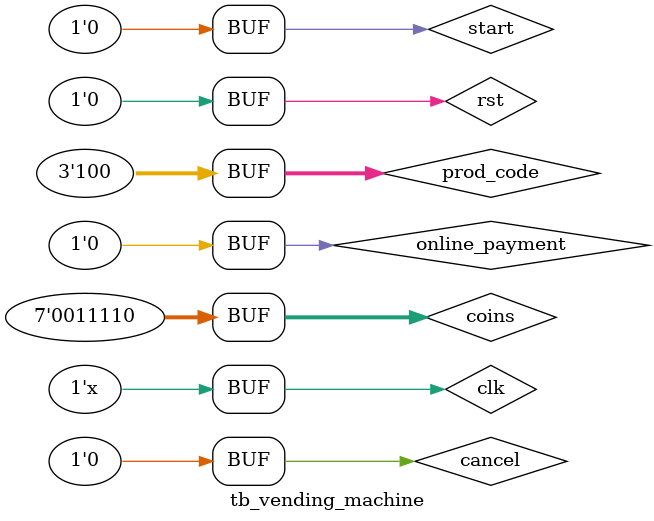
<source format=v>
`timescale 1ns / 1ps


module tb_vending_machine(

    );
    reg clk;
    reg rst;
    reg start;
    reg cancel;
    reg[2:0] prod_code;
    reg online_payment;
    reg[6:0] coins;
    
    wire [3:0] state;
    wire dispense_prod;
    wire [6:0] return_change_value;
    wire [6:0] prod_price_value;
    
    
    
vending_machine_top uut(.clk(clk),.rst(rst),.start(start),.cancel(cancel),.prod_code(prod_code),.online_payment(online_payment),.coin_val(coins),.state(state),.dispense_prod(dispense_prod),.return_change(return_change_value),.prod_price(prod_price_value));

always #5 clk=~clk;
initial begin
clk=0;
rst=1;
start=0;
cancel=0;
coins=0;
online_payment=0;
prod_code=0;

#100 rst =0;
#100;
start = 1;
online_payment=1;
#30 start = 0;
online_payment=0;

#50
start=1;
prod_code = 3'b001;
coins= 7'd60;
#30 start=0;

#50
start=1;
prod_code = 3'b100;
coins= 7'd20;
#30 start=0;

#50
start=1;
prod_code = 3'b100;
coins= 7'd30;
#30 start=0;



end
    
endmodule

</source>
